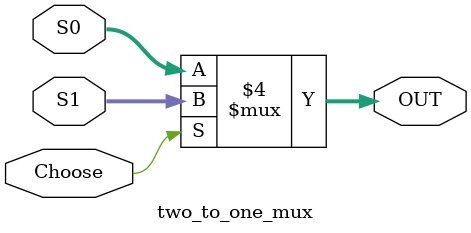
<source format=sv>
module two_to_one_mux(input logic Choose, 
						input logic [15:0] S0, S1,
						output logic [15:0] OUT);
						
//Choose = 0 => S0
//Choose = 1 => S1

	always_comb
	begin
		if (Choose == 0)
		begin
		OUT = S0;
		end
	
		else
		begin
		OUT = S1;
		end		
	end	

endmodule

</source>
